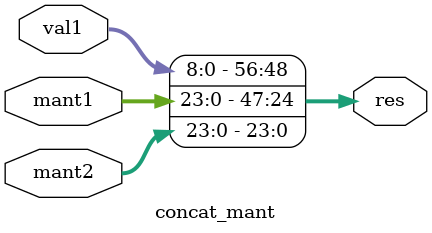
<source format=v>
`timescale 1ns / 1ps

module concat_mant(
    input [23:0] mant1, mant2,
    input [8:0] val1,
    output reg [56:0] res
    );
    
    
    always @* begin
    res = {val1, mant1, mant2};
    end
        
endmodule

</source>
